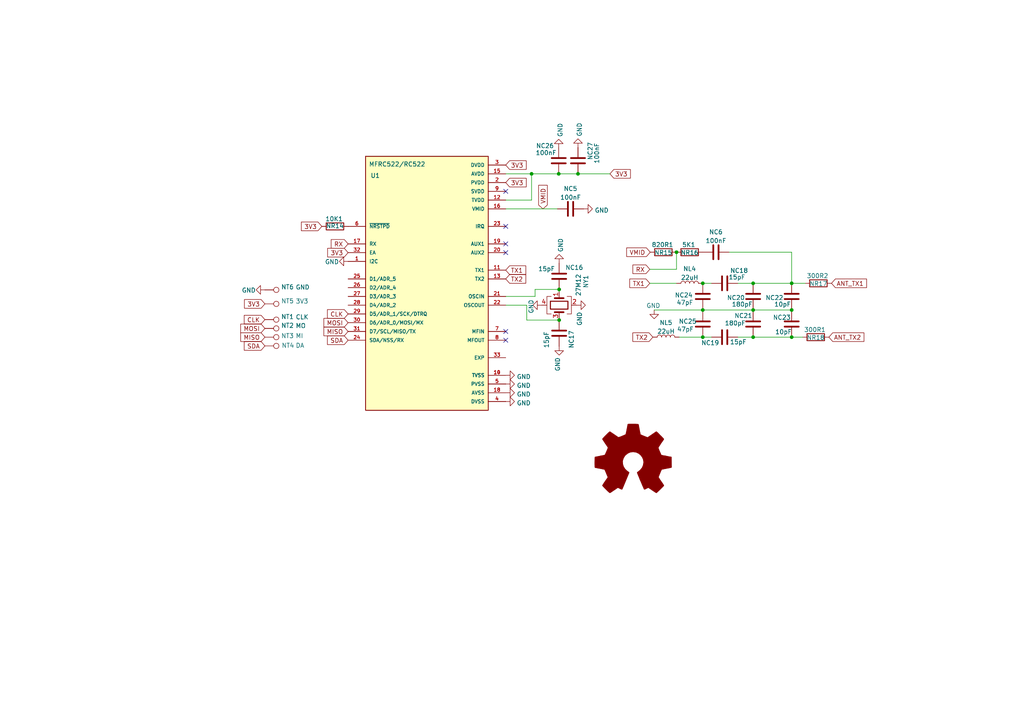
<source format=kicad_sch>
(kicad_sch (version 20211123) (generator eeschema)
  (paper "A4")
  (title_block (title "Design by AeonLabs (www.aeonlabs.solutions)") (date "2022-06-27") (rev "revision 1.1"))
  (lib_symbols
    (symbol "Connector:TestPoint" (pin_numbers hide) (pin_names (offset 0.762) hide)
      (property "Reference" "TP" (at 0 6.858 0))
      (property "Value" "TestPoint" (at 0 5.08 0))
      (symbol "TestPoint_0_1"
        (circle (center 0 3.302) (radius 0.762))
      )
      (symbol "TestPoint_1_1"
        (pin passive line (at 0 0 90) (length 2.54) (name "1") (number "1"))
      )
    )
    (symbol "Device:C" (pin_numbers hide) (pin_names (offset 0.254))
      (property "Reference" "C" (at 0.635 2.54 0))
      (property "Value" "C" (at 0.635 -2.54 0))
      (symbol "C_0_1"
        (polyline (pts (xy -2.032 -0.762) (xy 2.032 -0.762)) (stroke (width 0.508)))
        (polyline (pts (xy -2.032 0.762) (xy 2.032 0.762)) (stroke (width 0.508)))
      )
      (symbol "C_1_1"
        (pin passive line (at 0 3.81 270) (length 2.794) (name "~") (number "1"))
        (pin passive line (at 0 -3.81 90) (length 2.794) (name "~") (number "2"))
      )
    )
    (symbol "Device:Crystal_GND24" (pin_names (offset 1.016) hide)
      (property "Reference" "Y" (at 3.175 5.08 0))
      (property "Value" "Crystal_GND24" (at 3.175 3.175 0))
      (symbol "Crystal_GND24_0_1"
        (rectangle (start -1.143 2.54) (end 1.143 -2.54) (stroke (width 0.3048)))
        (polyline (pts (xy -2.54 0) (xy -2.032 0)))
        (polyline (pts (xy -2.032 -1.27) (xy -2.032 1.27)) (stroke (width 0.508)))
        (polyline (pts (xy 0 -3.81) (xy 0 -3.556)))
        (polyline (pts (xy 0 3.556) (xy 0 3.81)))
        (polyline (pts (xy 2.032 -1.27) (xy 2.032 1.27)) (stroke (width 0.508)))
        (polyline (pts (xy 2.032 0) (xy 2.54 0)))
        (polyline (pts (xy -2.54 -2.286) (xy -2.54 -3.556) (xy 2.54 -3.556) (xy 2.54 -2.286)))
        (polyline (pts (xy -2.54 2.286) (xy -2.54 3.556) (xy 2.54 3.556) (xy 2.54 2.286)))
      )
      (symbol "Crystal_GND24_1_1"
        (pin passive line (at -3.81 0 0) (length 1.27) (name "1") (number "1"))
        (pin passive line (at 0 5.08 270) (length 1.27) (name "2") (number "2"))
        (pin passive line (at 3.81 0 180) (length 1.27) (name "3") (number "3"))
        (pin passive line (at 0 -5.08 90) (length 1.27) (name "4") (number "4"))
      )
    )
    (symbol "Device:L" (pin_numbers hide) (pin_names (offset 1.016) hide)
      (property "Reference" "L" (at -1.27 0 90))
      (property "Value" "L" (at 1.905 0 90))
      (symbol "L_0_1"
        (arc (start 0 -2.54) (mid 0.635 -1.905) (end 0 -1.27))
        (arc (start 0 -1.27) (mid 0.635 -0.635) (end 0 0))
        (arc (start 0 0) (mid 0.635 0.635) (end 0 1.27))
        (arc (start 0 1.27) (mid 0.635 1.905) (end 0 2.54))
      )
      (symbol "L_1_1"
        (pin passive line (at 0 3.81 270) (length 1.27) (name "1") (number "1"))
        (pin passive line (at 0 -3.81 90) (length 1.27) (name "2") (number "2"))
      )
    )
    (symbol "Device:R" (pin_numbers hide) (pin_names (offset 0))
      (property "Reference" "R" (at 2.032 0 90))
      (property "Value" "R" (at 0 0 90))
      (symbol "R_0_1"
        (rectangle (start -1.016 -2.54) (end 1.016 2.54) (stroke (width 0.254)))
      )
      (symbol "R_1_1"
        (pin passive line (at 0 3.81 270) (length 1.27) (name "~") (number "1"))
        (pin passive line (at 0 -3.81 90) (length 1.27) (name "~") (number "2"))
      )
    )
    (symbol "Graphic:Logo_Open_Hardware_Large" (pin_names (offset 1.016))
      (symbol "Logo_Open_Hardware_Large_1_1"
        (polyline (pts (xy 6.731 -8.7122) (xy 6.6294 -8.6614) (xy 6.35 -8.4836) (xy 5.9944 -8.255) (xy 5.5372 -7.9502) (xy 5.1054 -7.6454) (xy 4.7498 -7.4168) (xy 4.4958 -7.239) (xy 4.3942 -7.1882) (xy 4.318 -7.2136) (xy 4.1148 -7.3152) (xy 3.81 -7.4676) (xy 3.6322 -7.5692) (xy 3.3528 -7.6708) (xy 3.2258 -7.6962) (xy 3.2004 -7.6708) (xy 3.0988 -7.4676) (xy 2.9464 -7.0866) (xy 2.7178 -6.604) (xy 2.4892 -6.0452) (xy 2.2352 -5.4356) (xy 1.9558 -4.826) (xy 1.7272 -4.2164) (xy 1.4986 -3.683) (xy 1.3208 -3.2512) (xy 1.2192 -2.9464) (xy 1.1684 -2.8194) (xy 1.1938 -2.794) (xy 1.3208 -2.667) (xy 1.5748 -2.4892) (xy 2.0828 -2.0574) (xy 2.6162 -1.397) (xy 2.921 -0.6604) (xy 3.048 0.1524) (xy 2.9464 0.9144) (xy 2.6416 1.6256) (xy 2.1336 2.286) (xy 1.524 2.7686) (xy 0.8128 3.0734) (xy 0 3.175) (xy -0.762 3.0988) (xy -1.4986 2.794) (xy -2.159 2.286) (xy -2.4384 1.9812) (xy -2.8194 1.3208) (xy -3.048 0.6096) (xy -3.0734 0.4318) (xy -3.0226 -0.3556) (xy -2.794 -1.0922) (xy -2.3876 -1.7526) (xy -1.8288 -2.3114) (xy -1.7526 -2.3622) (xy -1.4732 -2.5654) (xy -1.2954 -2.6924) (xy -1.1684 -2.8194) (xy -2.159 -5.207) (xy -2.3114 -5.588) (xy -2.5908 -6.2484) (xy -2.8194 -6.8072) (xy -3.0226 -7.2644) (xy -3.1496 -7.5692) (xy -3.2258 -7.6708) (xy -3.2258 -7.6962) (xy -3.302 -7.6962) (xy -3.4798 -7.6454) (xy -3.8354 -7.4676) (xy -4.0386 -7.366) (xy -4.2926 -7.239) (xy -4.4196 -7.1882) (xy -4.5212 -7.239) (xy -4.7498 -7.3914) (xy -5.1054 -7.6454) (xy -5.5372 -7.9248) (xy -5.9436 -8.2042) (xy -6.3246 -8.4582) (xy -6.604 -8.636) (xy -6.731 -8.7122) (xy -6.7564 -8.7122) (xy -6.858 -8.636) (xy -7.0866 -8.4582) (xy -7.4168 -8.1534) (xy -7.874 -7.6962) (xy -7.9502 -7.62) (xy -8.3312 -7.239) (xy -8.636 -6.9088) (xy -8.8392 -6.6802) (xy -8.9154 -6.5786) (xy -8.9154 -6.5786) (xy -8.8392 -6.4516) (xy -8.6614 -6.1722) (xy -8.4328 -5.7912) (xy -8.128 -5.3594) (xy -7.3152 -4.191) (xy -7.7724 -3.0988) (xy -7.8994 -2.7686) (xy -8.0772 -2.3622) (xy -8.2042 -2.0828) (xy -8.255 -1.9558) (xy -8.382 -1.905) (xy -8.6614 -1.8542) (xy -9.0932 -1.7526) (xy -9.6266 -1.651) (xy -10.1092 -1.5748) (xy -10.541 -1.4732) (xy -10.8712 -1.4224) (xy -11.0236 -1.397) (xy -11.049 -1.3716) (xy -11.0744 -1.2954) (xy -11.0998 -1.143) (xy -11.0998 -0.889) (xy -11.1252 -0.4572) (xy -11.1252 0.1524) (xy -11.1252 0.2286) (xy -11.0998 0.8128) (xy -11.0998 1.27) (xy -11.0744 1.5494) (xy -11.0744 1.6764) (xy -11.0744 1.6764) (xy -10.922 1.7018) (xy -10.6172 1.778) (xy -10.16 1.8542) (xy -9.652 1.9558) (xy -9.6012 1.9812) (xy -9.0932 2.0828) (xy -8.636 2.159) (xy -8.3312 2.2352) (xy -8.2042 2.286) (xy -8.1788 2.3114) (xy -8.0772 2.5146) (xy -7.9248 2.8448) (xy -7.747 3.2512) (xy -7.5692 3.6576) (xy -7.4168 4.0386) (xy -7.3152 4.318) (xy -7.2898 4.445) (xy -7.2898 4.445) (xy -7.366 4.572) (xy -7.5438 4.826) (xy -7.7978 5.207) (xy -8.128 5.6642) (xy -8.128 5.6896) (xy -8.4328 6.1468) (xy -8.6868 6.5278) (xy -8.8392 6.7818) (xy -8.9154 6.9088) (xy -8.9154 6.9088) (xy -8.8138 7.0358) (xy -8.5852 7.2898) (xy -8.255 7.6454) (xy -7.874 8.0264) (xy -7.747 8.1534) (xy -7.3152 8.5852) (xy -7.0104 8.8646) (xy -6.8326 8.9916) (xy -6.731 9.0424) (xy -6.731 9.0424) (xy -6.604 8.9408) (xy -6.3246 8.763) (xy -5.9436 8.509) (xy -5.4864 8.2042) (xy -5.461 8.1788) (xy -5.0038 7.874) (xy -4.6482 7.62) (xy -4.3688 7.4422) (xy -4.2672 7.3914) (xy -4.2418 7.3914) (xy -4.064 7.4422) (xy -3.7338 7.5438) (xy -3.3528 7.6962) (xy -2.9464 7.874) (xy -2.5654 8.0264) (xy -2.286 8.1534) (xy -2.159 8.2296) (xy -2.159 8.2296) (xy -2.1082 8.382) (xy -2.032 8.7122) (xy -1.9304 9.1694) (xy -1.8288 9.7282) (xy -1.8034 9.8044) (xy -1.7018 10.3378) (xy -1.6256 10.7696) (xy -1.5748 11.0744) (xy -1.524 11.2014) (xy -1.4478 11.2268) (xy -1.1938 11.2522) (xy -0.8128 11.2522) (xy -0.3302 11.2522) (xy 0.1524 11.2522) (xy 0.6604 11.2522) (xy 1.0668 11.2268) (xy 1.3716 11.2014) (xy 1.4986 11.176) (xy 1.4986 11.176) (xy 1.5494 11.0236) (xy 1.6256 10.6934) (xy 1.7018 10.2108) (xy 1.8288 9.6774) (xy 1.8288 9.5758) (xy 1.9304 9.0424) (xy 2.032 8.6106) (xy 2.0828 8.3058) (xy 2.1336 8.2042) (xy 2.159 8.1788) (xy 2.3876 8.0772) (xy 2.7432 7.9248) (xy 3.175 7.747) (xy 4.191 7.3406) (xy 5.461 8.2042) (xy 5.5626 8.2804) (xy 6.0198 8.5852) (xy 6.3754 8.8392) (xy 6.6294 8.9916) (xy 6.7564 9.0424) (xy 6.7564 9.0424) (xy 6.8834 8.9408) (xy 7.1374 8.7122) (xy 7.4676 8.382) (xy 7.8486 7.9756) (xy 8.1534 7.6962) (xy 8.4836 7.3406) (xy 8.7122 7.112) (xy 8.8392 6.9596) (xy 8.8646 6.858) (xy 8.8646 6.8072) (xy 8.7884 6.6802) (xy 8.6106 6.4008) (xy 8.3312 6.0198) (xy 8.0264 5.588) (xy 7.7978 5.207) (xy 7.5184 4.8006) (xy 7.3406 4.4958) (xy 7.2898 4.3434) (xy 7.2898 4.2926) (xy 7.3914 4.0386) (xy 7.5184 3.683) (xy 7.7216 3.2258) (xy 8.1534 2.2352) (xy 8.7884 2.1082) (xy 9.1948 2.0574) (xy 9.7536 1.9304) (xy 10.2616 1.8288) (xy 11.0998 1.6764) (xy 11.1252 -1.3208) (xy 10.9982 -1.3716) (xy 10.8712 -1.397) (xy 10.5664 -1.4732) (xy 10.1346 -1.5494) (xy 9.6266 -1.651) (xy 9.1948 -1.7272) (xy 8.7376 -1.8288) (xy 8.4328 -1.8796) (xy 8.2804 -1.905) (xy 8.255 -1.9558) (xy 8.1534 -2.159) (xy 7.9756 -2.5146) (xy 7.8232 -2.921) (xy 7.6454 -3.3274) (xy 7.493 -3.7338) (xy 7.366 -4.0132) (xy 7.3406 -4.191) (xy 7.3914 -4.2926) (xy 7.5692 -4.5466) (xy 7.7978 -4.9276) (xy 8.1026 -5.3594) (xy 8.4074 -5.7912) (xy 8.6614 -6.1722) (xy 8.8138 -6.4262) (xy 8.89 -6.5532) (xy 8.8646 -6.6548) (xy 8.6868 -6.858) (xy 8.3566 -7.1882) (xy 7.874 -7.6708) (xy 7.7978 -7.747) (xy 7.3914 -8.128) (xy 7.0612 -8.4328) (xy 6.8326 -8.636) (xy 6.731 -8.7122)) (fill (type outline)))
      )
    )
    (symbol "RFID:MFRC522{brace}slash}RC522" (pin_names (offset 1.016))
      (property "Reference" "U" (at -17.78 36.83 0))
      (property "Value" "MFRC522{brace}slash}RC522" (at -17.78 -39.37 0))
      (symbol "MFRC522{brace}slash}RC522_0_0"
        (rectangle (start -17.78 -38.1) (end 17.78 35.56) (stroke (width 0.254)) (fill (type background)))
        (pin input line (at -22.86 5.08 0) (length 5.08) (name "I2C") (number "1"))
        (pin power_in line (at 22.86 -27.94 180) (length 5.08) (name "TVSS") (number "10"))
        (pin output line (at 22.86 2.54 180) (length 5.08) (name "TX1") (number "11"))
        (pin power_in line (at 22.86 22.86 180) (length 5.08) (name "TVDD") (number "12"))
        (pin output line (at 22.86 0 180) (length 5.08) (name "TX2") (number "13"))
        (pin power_in line (at 22.86 -27.94 180) (length 5.08) (name "TVSS") (number "14"))
        (pin power_in line (at 22.86 30.48 180) (length 5.08) (name "AVDD") (number "15"))
        (pin power_in line (at 22.86 20.32 180) (length 5.08) (name "VMID") (number "16"))
        (pin input line (at -22.86 10.16 0) (length 5.08) (name "RX") (number "17"))
        (pin power_in line (at 22.86 -33.02 180) (length 5.08) (name "AVSS") (number "18"))
        (pin output line (at 22.86 10.16 180) (length 5.08) (name "AUX1") (number "19"))
        (pin power_in line (at 22.86 27.94 180) (length 5.08) (name "PVDD") (number "2"))
        (pin output line (at 22.86 7.62 180) (length 5.08) (name "AUX2") (number "20"))
        (pin input line (at 22.86 -5.08 180) (length 5.08) (name "OSCIN") (number "21"))
        (pin output line (at 22.86 -7.62 180) (length 5.08) (name "OSCOUT") (number "22"))
        (pin output line (at 22.86 15.24 180) (length 5.08) (name "IRQ") (number "23"))
        (pin bidirectional line (at -22.86 -17.78 0) (length 5.08) (name "SDA/NSS/RX") (number "24"))
        (pin bidirectional line (at -22.86 0 0) (length 5.08) (name "D1/ADR_5") (number "25"))
        (pin bidirectional line (at -22.86 -2.54 0) (length 5.08) (name "D2/ADR_4") (number "26"))
        (pin bidirectional line (at -22.86 -5.08 0) (length 5.08) (name "D3/ADR_3") (number "27"))
        (pin bidirectional line (at -22.86 -7.62 0) (length 5.08) (name "D4/ADR_2") (number "28"))
        (pin bidirectional line (at -22.86 -10.16 0) (length 5.08) (name "D5/ADR_1/SCK/DTRQ") (number "29"))
        (pin power_in line (at 22.86 33.02 180) (length 5.08) (name "DVDD") (number "3"))
        (pin bidirectional line (at -22.86 -12.7 0) (length 5.08) (name "D6/ADR_0/MOSI/MX") (number "30"))
        (pin bidirectional line (at -22.86 -15.24 0) (length 5.08) (name "D7/SCL/MISO/TX") (number "31"))
        (pin input line (at -22.86 7.62 0) (length 5.08) (name "EA") (number "32"))
        (pin passive line (at 22.86 -22.86 180) (length 5.08) (name "EXP") (number "33"))
        (pin power_in line (at 22.86 -35.56 180) (length 5.08) (name "DVSS") (number "4"))
        (pin power_in line (at 22.86 -30.48 180) (length 5.08) (name "PVSS") (number "5"))
        (pin input line (at -22.86 15.24 0) (length 5.08) (name "~{NRSTPD}") (number "6"))
        (pin input line (at 22.86 -15.24 180) (length 5.08) (name "MFIN") (number "7"))
        (pin output line (at 22.86 -17.78 180) (length 5.08) (name "MFOUT") (number "8"))
        (pin power_in line (at 22.86 25.4 180) (length 5.08) (name "SVDD") (number "9"))
      )
    )
    (symbol "power:GND" (power) (pin_names (offset 0))
      (property "Value" "GND" (at 0 -3.81 0))
      (symbol "GND_0_1"
        (polyline (pts (xy 0 0) (xy 0 -1.27) (xy 1.27 -1.27) (xy 0 -2.54) (xy -1.27 -1.27) (xy 0 -1.27)))
      )
      (symbol "GND_1_1"
        (pin power_in line (at 0 0 270) (length 0) hide (name "GND") (number "1"))
      )
    )
  )
  (junction (at 218.44 89.916))
  (junction (at 229.616 89.916))
  (junction (at 218.44 97.79))
  (junction (at 167.64 50.419))
  (junction (at 162.179 92.837))
  (junction (at 203.835 97.79))
  (junction (at 203.835 89.916))
  (junction (at 196.215 73.152))
  (junction (at 162.179 83.947))
  (junction (at 162.052 50.419))
  (junction (at 203.835 82.169))
  (junction (at 154.178 50.419))
  (junction (at 218.44 82.169))
  (junction (at 229.616 82.169))
  (junction (at 229.616 97.79))
  (no_connect (at 146.685 55.499))
  (no_connect (at 146.685 70.739))
  (no_connect (at 146.685 73.279))
  (no_connect (at 146.685 65.659))
  (no_connect (at 146.685 96.139))
  (no_connect (at 146.685 98.679))
  (wire (pts (xy 162.052 50.419) (xy 167.64 50.419)))
  (wire (pts (xy 155.194 83.947) (xy 162.179 83.947)))
  (wire (pts (xy 229.616 73.152) (xy 229.616 82.169)))
  (wire (pts (xy 203.835 82.169) (xy 206.375 82.169)))
  (wire (pts (xy 162.179 83.947) (xy 162.179 84.709)))
  (wire (pts (xy 146.685 85.979) (xy 155.194 85.979)))
  (wire (pts (xy 229.616 97.79) (xy 232.791 97.79)))
  (wire (pts (xy 152.781 92.837) (xy 152.781 88.519)))
  (wire (pts (xy 146.685 60.579) (xy 161.671 60.579)))
  (wire (pts (xy 188.468 82.169) (xy 196.215 82.169)))
  (wire (pts (xy 154.178 50.419) (xy 162.052 50.419)))
  (wire (pts (xy 213.995 82.169) (xy 218.44 82.169)))
  (wire (pts (xy 167.64 50.419) (xy 176.911 50.419)))
  (wire (pts (xy 218.44 89.916) (xy 218.44 89.789)))
  (wire (pts (xy 155.194 85.979) (xy 155.194 83.947)))
  (wire (pts (xy 196.977 97.79) (xy 203.835 97.79)))
  (wire (pts (xy 162.179 92.329) (xy 162.179 92.837)))
  (wire (pts (xy 154.178 58.039) (xy 154.178 50.419)))
  (wire (pts (xy 152.781 88.519) (xy 146.685 88.519)))
  (wire (pts (xy 189.738 89.916) (xy 203.835 89.916)))
  (wire (pts (xy 188.468 78.105) (xy 196.215 78.105)))
  (wire (pts (xy 196.215 73.152) (xy 196.215 78.105)))
  (wire (pts (xy 146.685 58.039) (xy 154.178 58.039)))
  (wire (pts (xy 229.616 89.916) (xy 229.616 89.789)))
  (wire (pts (xy 211.455 73.152) (xy 229.616 73.152)))
  (wire (pts (xy 154.178 50.419) (xy 146.685 50.419)))
  (wire (pts (xy 162.052 42.799) (xy 162.052 42.926)))
  (wire (pts (xy 218.44 90.17) (xy 218.44 89.916)))
  (wire (pts (xy 203.835 89.916) (xy 203.835 89.789)))
  (wire (pts (xy 162.179 92.837) (xy 152.781 92.837)))
  (wire (pts (xy 229.616 90.17) (xy 229.616 89.916)))
  (wire (pts (xy 213.995 97.79) (xy 218.44 97.79)))
  (wire (pts (xy 229.616 82.169) (xy 233.553 82.169)))
  (wire (pts (xy 218.44 97.79) (xy 229.616 97.79)))
  (wire (pts (xy 203.835 90.17) (xy 203.835 89.916)))
  (wire (pts (xy 218.44 89.916) (xy 229.616 89.916)))
  (wire (pts (xy 218.44 82.169) (xy 229.616 82.169)))
  (wire (pts (xy 203.835 89.916) (xy 218.44 89.916)))
  (wire (pts (xy 203.835 97.79) (xy 206.375 97.79)))
  (global_label "CLK" (shape input) (at 76.835 92.71 180) (property "Intersheet References" "${INTERSHEET_REFS}" (effects hide)))
  (global_label "TX2" (shape input) (at 189.357 97.79 180) (property "Intersheet References" "${INTERSHEET_REFS}" (effects hide)))
  (global_label "3V3" (shape input) (at 146.685 47.879 0) (property "Intersheet References" "${INTERSHEET_REFS}" (effects hide)))
  (global_label "MISO" (shape input) (at 100.965 96.139 180) (property "Intersheet References" "${INTERSHEET_REFS}" (effects hide)))
  (global_label "3V3" (shape input) (at 176.911 50.419 0) (property "Intersheet References" "${INTERSHEET_REFS}" (effects hide)))
  (global_label "CLK" (shape input) (at 100.965 91.059 180) (property "Intersheet References" "${INTERSHEET_REFS}" (effects hide)))
  (global_label "3V3" (shape input) (at 100.965 73.279 180) (property "Intersheet References" "${INTERSHEET_REFS}" (effects hide)))
  (global_label "MOSI" (shape input) (at 100.965 93.599 180) (property "Intersheet References" "${INTERSHEET_REFS}" (effects hide)))
  (global_label "TX1" (shape input) (at 188.468 82.169 180) (property "Intersheet References" "${INTERSHEET_REFS}" (effects hide)))
  (global_label "ANT_TX2" (shape input) (at 240.411 97.79 0) (property "Intersheet References" "${INTERSHEET_REFS}" (effects hide)))
  (global_label "VMID" (shape input) (at 157.48 60.579 90) (property "Intersheet References" "${INTERSHEET_REFS}" (effects hide)))
  (global_label "ANT_TX1" (shape input) (at 241.173 82.169 0) (property "Intersheet References" "${INTERSHEET_REFS}" (effects hide)))
  (global_label "VMID" (shape input) (at 188.595 73.152 180) (property "Intersheet References" "${INTERSHEET_REFS}" (effects hide)))
  (global_label "3V3" (shape input) (at 93.345 65.659 180) (property "Intersheet References" "${INTERSHEET_REFS}" (effects hide)))
  (global_label "SDA" (shape input) (at 100.965 98.679 180) (property "Intersheet References" "${INTERSHEET_REFS}" (effects hide)))
  (global_label "SDA" (shape input) (at 76.835 100.33 180) (property "Intersheet References" "${INTERSHEET_REFS}" (effects hide)))
  (global_label "TX2" (shape input) (at 146.685 80.899 0) (property "Intersheet References" "${INTERSHEET_REFS}" (effects hide)))
  (global_label "MISO" (shape input) (at 76.835 97.79 180) (property "Intersheet References" "${INTERSHEET_REFS}" (effects hide)))
  (global_label "MOSI" (shape input) (at 76.835 95.25 180) (property "Intersheet References" "${INTERSHEET_REFS}" (effects hide)))
  (global_label "RX" (shape input) (at 100.965 70.739 180) (property "Intersheet References" "${INTERSHEET_REFS}" (effects hide)))
  (global_label "RX" (shape input) (at 188.468 78.105 180) (property "Intersheet References" "${INTERSHEET_REFS}" (effects hide)))
  (global_label "TX1" (shape input) (at 146.685 78.359 0) (property "Intersheet References" "${INTERSHEET_REFS}" (effects hide)))
  (global_label "3V3" (shape input) (at 76.835 88.138 180) (property "Intersheet References" "${INTERSHEET_REFS}" (effects hide)))
  (global_label "3V3" (shape input) (at 146.685 52.959 0) (property "Intersheet References" "${INTERSHEET_REFS}" (effects hide)))
  (symbol (lib_id "power:GND") (at 167.64 42.799 180) (unit 1)
    (property "Reference" "#PWR0114" (effects hide))
    (property "Value" "GND" (at 168.0738 39.624 90) (effects (justify right)))
  )
  (symbol (lib_id "power:GND") (at 100.965 75.819 270) (unit 1)
    (property "Reference" "#PWR0111" (effects hide))
    (property "Value" "GND" (at 94.234 75.946 90) (effects (justify left)))
  )
  (symbol (lib_id "power:GND") (at 146.685 116.459 90) (unit 1)
    (property "Reference" "#PWR0109" (effects hide))
    (property "Value" "GND" (at 149.86 116.8928 90) (effects (justify right)))
  )
  (symbol (lib_id "Device:R") (at 192.405 73.152 90) (unit 1)
    (property "Reference" "820R1" (at 192.151 70.993 90))
    (property "Value" "NR15" (at 192.405 73.279 90))
    (property "Footprint" "Resistor_SMD:R_0805_2012Metric_Pad1.20x1.40mm_HandSolder" (effects hide))
  )
  (symbol (lib_id "power:GND") (at 157.099 88.519 270) (unit 1)
    (property "Reference" "#PWR0105" (effects hide))
    (property "Value" "GND" (at 154.051 86.868 0) (effects (justify left)))
  )
  (symbol (lib_id "Device:C") (at 229.616 93.98 0) (unit 1)
    (property "Reference" "NC23" (at 224.155 92.075 0) (effects (justify left)))
    (property "Value" "10pF" (at 224.79 96.266 0) (effects (justify left)))
    (property "Footprint" "Capacitor_SMD:C_0805_2012Metric_Pad1.18x1.45mm_HandSolder" (effects hide))
  )
  (symbol (lib_id "power:GND") (at 162.052 42.926 180) (unit 1)
    (property "Reference" "#PWR0113" (effects hide))
    (property "Value" "GND" (at 162.4858 39.751 90) (effects (justify right)))
  )
  (symbol (lib_id "Device:C") (at 229.616 85.979 0) (unit 1)
    (property "Reference" "NC22" (at 221.996 86.36 0) (effects (justify left)))
    (property "Value" "10pF" (at 224.536 88.265 0) (effects (justify left)))
    (property "Footprint" "Capacitor_SMD:C_0805_2012Metric_Pad1.18x1.45mm_HandSolder" (effects hide))
  )
  (symbol (lib_id "power:GND") (at 162.179 76.327 180) (unit 1)
    (property "Reference" "#PWR0102" (effects hide))
    (property "Value" "GND" (at 162.6128 73.152 90) (effects (justify right)))
  )
  (symbol (lib_id "Device:C") (at 207.645 73.152 90) (unit 1)
    (property "Reference" "NC6" (at 207.645 67.2932 90))
    (property "Value" "100nF" (at 207.645 69.8301 90))
    (property "Footprint" "Capacitor_SMD:C_0805_2012Metric_Pad1.18x1.45mm_HandSolder" (effects hide))
  )
  (symbol (lib_id "Device:C") (at 218.44 93.98 0) (unit 1)
    (property "Reference" "NC21" (at 212.979 91.567 0) (effects (justify left)))
    (property "Value" "180pF" (at 210.185 93.726 0) (effects (justify left)))
    (property "Footprint" "Capacitor_SMD:C_0805_2012Metric_Pad1.18x1.45mm_HandSolder" (effects hide))
  )
  (symbol (lib_id "Device:R") (at 237.363 82.169 90) (unit 1)
    (property "Reference" "300R2" (at 237.109 80.01 90))
    (property "Value" "NR17" (at 237.363 82.296 90))
    (property "Footprint" "Resistor_SMD:R_0805_2012Metric_Pad1.20x1.40mm_HandSolder" (effects hide))
  )
  (symbol (lib_id "Connector:TestPoint") (at 76.835 84.074 270) (unit 1)
    (property "Reference" "NT6" (at 81.534 83.2393 90) (effects (justify left)))
    (property "Value" "GND" (at 85.725 83.312 90) (effects (justify left)))
    (property "Footprint" "TestPoint:TestPoint_Pad_1.0x1.0mm" (effects hide))
  )
  (symbol (lib_id "Device:C") (at 210.185 82.169 90) (unit 1)
    (property "Reference" "NC18" (at 214.376 78.486 90))
    (property "Value" "15pF" (at 213.741 80.391 90))
    (property "Footprint" "Capacitor_SMD:C_0805_2012Metric_Pad1.18x1.45mm_HandSolder" (effects hide))
  )
  (symbol (lib_id "Device:C") (at 218.44 85.979 0) (unit 1)
    (property "Reference" "NC20" (at 210.82 86.36 0) (effects (justify left)))
    (property "Value" "180pF" (at 212.217 88.265 0) (effects (justify left)))
    (property "Footprint" "Capacitor_SMD:C_0805_2012Metric_Pad1.18x1.45mm_HandSolder" (effects hide))
  )
  (symbol (lib_id "Device:C") (at 210.185 97.79 90) (unit 1)
    (property "Reference" "NC19" (at 205.994 99.441 90))
    (property "Value" "15pF" (at 214.122 99.187 90))
    (property "Footprint" "Capacitor_SMD:C_0805_2012Metric_Pad1.18x1.45mm_HandSolder" (effects hide))
  )
  (symbol (lib_id "Device:R") (at 200.025 73.152 90) (unit 1)
    (property "Reference" "5K1" (at 199.771 70.993 90))
    (property "Value" "NR16" (at 200.025 73.279 90))
    (property "Footprint" "Resistor_SMD:R_0805_2012Metric_Pad1.20x1.40mm_HandSolder" (effects hide))
  )
  (symbol (lib_id "Connector:TestPoint") (at 76.835 92.71 270) (unit 1)
    (property "Reference" "NT1" (at 81.534 91.8753 90) (effects (justify left)))
    (property "Value" "CLK" (at 85.725 91.948 90) (effects (justify left)))
    (property "Footprint" "TestPoint:TestPoint_Pad_1.0x1.0mm" (effects hide))
  )
  (symbol (lib_id "Connector:TestPoint") (at 76.835 97.79 270) (unit 1)
    (property "Reference" "NT3" (at 81.534 97.409 90) (effects (justify left)))
    (property "Value" "MI" (at 85.725 97.409 90) (effects (justify left)))
    (property "Footprint" "TestPoint:TestPoint_Pad_1.0x1.0mm" (effects hide))
  )
  (symbol (lib_id "Device:C") (at 162.052 46.609 180) (unit 1)
    (property "Reference" "NC26" (at 155.448 42.291 0) (effects (justify right)))
    (property "Value" "100nF" (at 155.321 44.323 0) (effects (justify right)))
    (property "Footprint" "Capacitor_SMD:C_0805_2012Metric_Pad1.18x1.45mm_HandSolder" (effects hide))
  )
  (symbol (lib_id "power:GND") (at 146.685 111.379 90) (unit 1)
    (property "Reference" "#PWR0110" (effects hide))
    (property "Value" "GND" (at 149.86 111.8128 90) (effects (justify right)))
  )
  (symbol (lib_id "Connector:TestPoint") (at 76.835 100.33 270) (unit 1)
    (property "Reference" "NT4" (at 81.661 100.203 90) (effects (justify left)))
    (property "Value" "DA" (at 85.725 100.203 90) (effects (justify left)))
    (property "Footprint" "TestPoint:TestPoint_Pad_1.0x1.0mm" (effects hide))
  )
  (symbol (lib_id "power:GND") (at 76.835 84.074 270) (unit 1)
    (property "Reference" "#PWR0112" (effects hide))
    (property "Value" "GND" (at 70.104 84.201 90) (effects (justify left)))
  )
  (symbol (lib_id "power:GND") (at 169.291 60.579 90) (unit 1)
    (property "Reference" "#PWR0101" (effects hide))
    (property "Value" "GND" (at 172.466 61.0128 90) (effects (justify right)))
  )
  (symbol (lib_id "Graphic:Logo_Open_Hardware_Large") (at 183.642 134.239 0) (unit 1)
    (property "Reference" "#LOGO1" (effects hide))
    (property "Value" "Logo_Open_Hardware_Large" (effects hide))
  )
  (symbol (lib_id "Device:C") (at 162.179 96.647 0) (unit 1)
    (property "Reference" "NC17" (at 165.735 98.425 90))
    (property "Value" "15pF" (at 158.496 98.552 90))
    (property "Footprint" "Capacitor_SMD:C_0805_2012Metric_Pad1.18x1.45mm_HandSolder" (effects hide))
  )
  (symbol (lib_id "Device:R") (at 236.601 97.79 90) (unit 1)
    (property "Reference" "300R1" (at 236.347 95.631 90))
    (property "Value" "NR18" (at 236.601 97.917 90))
    (property "Footprint" "Resistor_SMD:R_0805_2012Metric_Pad1.20x1.40mm_HandSolder" (effects hide))
  )
  (symbol (lib_id "Device:C") (at 162.179 80.137 180) (unit 1)
    (property "Reference" "NC16" (at 163.957 77.597 0) (effects (justify right)))
    (property "Value" "15pF" (at 156.083 77.978 0) (effects (justify right)))
    (property "Footprint" "Capacitor_SMD:C_0805_2012Metric_Pad1.18x1.45mm_HandSolder" (effects hide))
  )
  (symbol (lib_id "power:GND") (at 146.685 113.919 90) (unit 1)
    (property "Reference" "#PWR0107" (effects hide))
    (property "Value" "GND" (at 149.86 114.3528 90) (effects (justify right)))
  )
  (symbol (lib_id "Device:C") (at 165.481 60.579 90) (unit 1)
    (property "Reference" "NC5" (at 165.481 54.7202 90))
    (property "Value" "100nF" (at 165.481 57.2571 90))
    (property "Footprint" "Capacitor_SMD:C_0805_2012Metric_Pad1.18x1.45mm_HandSolder" (effects hide))
  )
  (symbol (lib_id "Device:C") (at 203.835 93.98 0) (unit 1)
    (property "Reference" "NC25" (at 196.85 93.218 0) (effects (justify left)))
    (property "Value" "47pF" (at 196.342 95.504 0) (effects (justify left)))
    (property "Footprint" "Capacitor_SMD:C_0805_2012Metric_Pad1.18x1.45mm_HandSolder" (effects hide))
  )
  (symbol (lib_id "Connector:TestPoint") (at 76.835 88.138 270) (unit 1)
    (property "Reference" "NT5" (at 81.534 87.3033 90) (effects (justify left)))
    (property "Value" "3V3" (at 85.725 87.376 90) (effects (justify left)))
    (property "Footprint" "TestPoint:TestPoint_Pad_1.0x1.0mm" (effects hide))
  )
  (symbol (lib_id "Device:C") (at 167.64 46.609 180) (unit 1)
    (property "Reference" "NC27" (at 171.196 43.815 90))
    (property "Value" "100nF" (at 173.101 44.45 90))
    (property "Footprint" "Capacitor_SMD:C_0805_2012Metric_Pad1.18x1.45mm_HandSolder" (effects hide))
  )
  (symbol (lib_id "power:GND") (at 167.259 88.519 90) (unit 1)
    (property "Reference" "#PWR0104" (effects hide))
    (property "Value" "GND" (at 168.0952 90.424 0) (effects (justify right)))
  )
  (symbol (lib_id "power:GND") (at 189.738 89.916 0) (unit 1)
    (property "Reference" "#PWR0103" (effects hide))
    (property "Value" "GND" (at 187.452 88.646 0) (effects (justify left)))
  )
  (symbol (lib_id "Device:L") (at 193.167 97.79 90) (unit 1)
    (property "Reference" "NL5" (at 193.167 93.5822 90))
    (property "Value" "22uH" (at 193.167 96.1191 90))
    (property "Footprint" "Inductor_SMD:L_0805_2012Metric_Pad1.15x1.40mm_HandSolder" (effects hide))
  )
  (symbol (lib_id "Device:R") (at 97.155 65.659 90) (unit 1)
    (property "Reference" "10K1" (at 96.901 63.5 90))
    (property "Value" "NR14" (at 97.155 65.532 90))
    (property "Footprint" "Resistor_SMD:R_0805_2012Metric_Pad1.20x1.40mm_HandSolder" (effects hide))
  )
  (symbol (lib_id "Device:L") (at 200.025 82.169 90) (unit 1)
    (property "Reference" "NL4" (at 200.025 77.9612 90))
    (property "Value" "22uH" (at 200.025 80.4981 90))
    (property "Footprint" "Inductor_SMD:L_0805_2012Metric_Pad1.15x1.40mm_HandSolder" (effects hide))
  )
  (symbol (lib_id "Connector:TestPoint") (at 76.835 95.25 270) (unit 1)
    (property "Reference" "NT2" (at 81.534 94.4153 90) (effects (justify left)))
    (property "Value" "MO" (at 85.725 94.488 90) (effects (justify left)))
    (property "Footprint" "TestPoint:TestPoint_Pad_1.0x1.0mm" (effects hide))
  )
  (symbol (lib_id "power:GND") (at 162.179 100.457 0) (unit 1)
    (property "Reference" "#PWR0108" (effects hide))
    (property "Value" "GND" (at 161.7452 103.632 90) (effects (justify right)))
  )
  (symbol (lib_id "power:GND") (at 146.685 108.839 90) (unit 1)
    (property "Reference" "#PWR0106" (effects hide))
    (property "Value" "GND" (at 149.86 109.2728 90) (effects (justify right)))
  )
  (symbol (lib_id "Device:Crystal_GND24") (at 162.179 88.519 270) (unit 1)
    (property "Reference" "NY1" (at 169.926 81.661 0))
    (property "Value" "27M12" (at 167.767 82.677 0))
    (property "Footprint" "Crystal:Crystal_SMD_3225-4Pin_3.2x2.5mm_HandSoldering" (effects hide))
  )
  (symbol (lib_id "Device:C") (at 203.835 85.979 0) (unit 1)
    (property "Reference" "NC24" (at 195.707 85.598 0) (effects (justify left)))
    (property "Value" "47pF" (at 196.215 87.757 0) (effects (justify left)))
    (property "Footprint" "Capacitor_SMD:C_0805_2012Metric_Pad1.18x1.45mm_HandSolder" (effects hide))
  )
  (symbol (lib_id "RFID:MFRC522{brace}slash}RC522") (at 123.825 80.899 0) (unit 1)
    (property "Reference" "U1" (at 108.839 50.927 0))
    (property "Value" "MFRC522{slash}RC522" (at 115.189 47.625 0))
    (property "Footprint" "Package_QFP:RC522 RFID NFC QFN50P500X500X100-33N" (effects hide))
    (property "B_MIN" "0.18" (effects hide))
    (property "PIN_COUNT_E" "8.0" (effects hide))
    (property "L_NOM" "0.4" (effects hide))
    (property "B_MAX" "0.3" (effects hide))
    (property "E_NOM" "5.0" (effects hide))
    (property "MAXIMUM_PACKAGE_HEIGHT" "1.0 mm" (effects hide))
    (property "STANDARD" "IPC 7351B" (effects hide))
    (property "ENOM" "0.5" (effects hide))
    (property "E_MAX" "5.1" (effects hide))
    (property "E_MIN" "4.9" (effects hide))
    (property "B_NOM" "0.24" (effects hide))
    (property "D_NOM" "5.0" (effects hide))
    (property "D_MIN" "4.9" (effects hide))
    (property "D_MAX" "5.1" (effects hide))
    (property "E2_NOM" "3.1" (effects hide))
    (property "PIN_COUNT_D" "8.0" (effects hide))
    (property "D2_NOM" "3.1" (effects hide))
    (property "L_MIN" "0.3" (effects hide))
    (property "MANUFACTURER" "NXP" (effects hide))
    (property "L_MAX" "0.5" (effects hide))
    (property "PARTREV" "3.9" (effects hide))
  )
)
</source>
